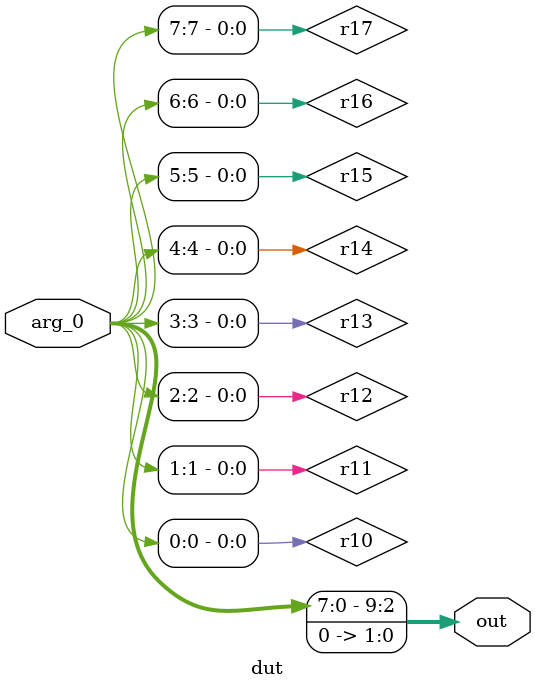
<source format=v>
module testbench();
    wire [9:0] out;
    reg [7:0] arg_0;
    dut t (.out(out),.arg_0(arg_0));
    initial begin
        arg_0 = 8'b00000000;
        #0;
        if (10'b0000000000 !== out) begin
            $display("ASSERTION FAILED 0x%0h !== 0x%0h CASE 0", 10'b0000000000, out);
            $finish;
        end
        arg_0 = 8'b00000001;
        #0;
        if (10'b0000000100 !== out) begin
            $display("ASSERTION FAILED 0x%0h !== 0x%0h CASE 1", 10'b0000000100, out);
            $finish;
        end
        arg_0 = 8'b00000010;
        #0;
        if (10'b0000001000 !== out) begin
            $display("ASSERTION FAILED 0x%0h !== 0x%0h CASE 2", 10'b0000001000, out);
            $finish;
        end
        arg_0 = 8'b00000011;
        #0;
        if (10'b0000001100 !== out) begin
            $display("ASSERTION FAILED 0x%0h !== 0x%0h CASE 3", 10'b0000001100, out);
            $finish;
        end
        arg_0 = 8'b00000100;
        #0;
        if (10'b0000010000 !== out) begin
            $display("ASSERTION FAILED 0x%0h !== 0x%0h CASE 4", 10'b0000010000, out);
            $finish;
        end
        arg_0 = 8'b00000101;
        #0;
        if (10'b0000010100 !== out) begin
            $display("ASSERTION FAILED 0x%0h !== 0x%0h CASE 5", 10'b0000010100, out);
            $finish;
        end
        arg_0 = 8'b00000110;
        #0;
        if (10'b0000011000 !== out) begin
            $display("ASSERTION FAILED 0x%0h !== 0x%0h CASE 6", 10'b0000011000, out);
            $finish;
        end
        arg_0 = 8'b00000111;
        #0;
        if (10'b0000011100 !== out) begin
            $display("ASSERTION FAILED 0x%0h !== 0x%0h CASE 7", 10'b0000011100, out);
            $finish;
        end
        arg_0 = 8'b00001000;
        #0;
        if (10'b0000100000 !== out) begin
            $display("ASSERTION FAILED 0x%0h !== 0x%0h CASE 8", 10'b0000100000, out);
            $finish;
        end
        arg_0 = 8'b00001001;
        #0;
        if (10'b0000100100 !== out) begin
            $display("ASSERTION FAILED 0x%0h !== 0x%0h CASE 9", 10'b0000100100, out);
            $finish;
        end
        arg_0 = 8'b00001010;
        #0;
        if (10'b0000101000 !== out) begin
            $display("ASSERTION FAILED 0x%0h !== 0x%0h CASE 10", 10'b0000101000, out);
            $finish;
        end
        arg_0 = 8'b00001011;
        #0;
        if (10'b0000101100 !== out) begin
            $display("ASSERTION FAILED 0x%0h !== 0x%0h CASE 11", 10'b0000101100, out);
            $finish;
        end
        arg_0 = 8'b00001100;
        #0;
        if (10'b0000110000 !== out) begin
            $display("ASSERTION FAILED 0x%0h !== 0x%0h CASE 12", 10'b0000110000, out);
            $finish;
        end
        arg_0 = 8'b00001101;
        #0;
        if (10'b0000110100 !== out) begin
            $display("ASSERTION FAILED 0x%0h !== 0x%0h CASE 13", 10'b0000110100, out);
            $finish;
        end
        arg_0 = 8'b00001110;
        #0;
        if (10'b0000111000 !== out) begin
            $display("ASSERTION FAILED 0x%0h !== 0x%0h CASE 14", 10'b0000111000, out);
            $finish;
        end
        arg_0 = 8'b00001111;
        #0;
        if (10'b0000111100 !== out) begin
            $display("ASSERTION FAILED 0x%0h !== 0x%0h CASE 15", 10'b0000111100, out);
            $finish;
        end
        arg_0 = 8'b00010000;
        #0;
        if (10'b0001000000 !== out) begin
            $display("ASSERTION FAILED 0x%0h !== 0x%0h CASE 16", 10'b0001000000, out);
            $finish;
        end
        arg_0 = 8'b00010001;
        #0;
        if (10'b0001000100 !== out) begin
            $display("ASSERTION FAILED 0x%0h !== 0x%0h CASE 17", 10'b0001000100, out);
            $finish;
        end
        arg_0 = 8'b00010010;
        #0;
        if (10'b0001001000 !== out) begin
            $display("ASSERTION FAILED 0x%0h !== 0x%0h CASE 18", 10'b0001001000, out);
            $finish;
        end
        arg_0 = 8'b00010011;
        #0;
        if (10'b0001001100 !== out) begin
            $display("ASSERTION FAILED 0x%0h !== 0x%0h CASE 19", 10'b0001001100, out);
            $finish;
        end
        arg_0 = 8'b00010100;
        #0;
        if (10'b0001010000 !== out) begin
            $display("ASSERTION FAILED 0x%0h !== 0x%0h CASE 20", 10'b0001010000, out);
            $finish;
        end
        arg_0 = 8'b00010101;
        #0;
        if (10'b0001010100 !== out) begin
            $display("ASSERTION FAILED 0x%0h !== 0x%0h CASE 21", 10'b0001010100, out);
            $finish;
        end
        arg_0 = 8'b00010110;
        #0;
        if (10'b0001011000 !== out) begin
            $display("ASSERTION FAILED 0x%0h !== 0x%0h CASE 22", 10'b0001011000, out);
            $finish;
        end
        arg_0 = 8'b00010111;
        #0;
        if (10'b0001011100 !== out) begin
            $display("ASSERTION FAILED 0x%0h !== 0x%0h CASE 23", 10'b0001011100, out);
            $finish;
        end
        arg_0 = 8'b00011000;
        #0;
        if (10'b0001100000 !== out) begin
            $display("ASSERTION FAILED 0x%0h !== 0x%0h CASE 24", 10'b0001100000, out);
            $finish;
        end
        arg_0 = 8'b00011001;
        #0;
        if (10'b0001100100 !== out) begin
            $display("ASSERTION FAILED 0x%0h !== 0x%0h CASE 25", 10'b0001100100, out);
            $finish;
        end
        arg_0 = 8'b00011010;
        #0;
        if (10'b0001101000 !== out) begin
            $display("ASSERTION FAILED 0x%0h !== 0x%0h CASE 26", 10'b0001101000, out);
            $finish;
        end
        arg_0 = 8'b00011011;
        #0;
        if (10'b0001101100 !== out) begin
            $display("ASSERTION FAILED 0x%0h !== 0x%0h CASE 27", 10'b0001101100, out);
            $finish;
        end
        arg_0 = 8'b00011100;
        #0;
        if (10'b0001110000 !== out) begin
            $display("ASSERTION FAILED 0x%0h !== 0x%0h CASE 28", 10'b0001110000, out);
            $finish;
        end
        arg_0 = 8'b00011101;
        #0;
        if (10'b0001110100 !== out) begin
            $display("ASSERTION FAILED 0x%0h !== 0x%0h CASE 29", 10'b0001110100, out);
            $finish;
        end
        arg_0 = 8'b00011110;
        #0;
        if (10'b0001111000 !== out) begin
            $display("ASSERTION FAILED 0x%0h !== 0x%0h CASE 30", 10'b0001111000, out);
            $finish;
        end
        arg_0 = 8'b00011111;
        #0;
        if (10'b0001111100 !== out) begin
            $display("ASSERTION FAILED 0x%0h !== 0x%0h CASE 31", 10'b0001111100, out);
            $finish;
        end
        arg_0 = 8'b00100000;
        #0;
        if (10'b0010000000 !== out) begin
            $display("ASSERTION FAILED 0x%0h !== 0x%0h CASE 32", 10'b0010000000, out);
            $finish;
        end
        arg_0 = 8'b00100001;
        #0;
        if (10'b0010000100 !== out) begin
            $display("ASSERTION FAILED 0x%0h !== 0x%0h CASE 33", 10'b0010000100, out);
            $finish;
        end
        arg_0 = 8'b00100010;
        #0;
        if (10'b0010001000 !== out) begin
            $display("ASSERTION FAILED 0x%0h !== 0x%0h CASE 34", 10'b0010001000, out);
            $finish;
        end
        arg_0 = 8'b00100011;
        #0;
        if (10'b0010001100 !== out) begin
            $display("ASSERTION FAILED 0x%0h !== 0x%0h CASE 35", 10'b0010001100, out);
            $finish;
        end
        arg_0 = 8'b00100100;
        #0;
        if (10'b0010010000 !== out) begin
            $display("ASSERTION FAILED 0x%0h !== 0x%0h CASE 36", 10'b0010010000, out);
            $finish;
        end
        arg_0 = 8'b00100101;
        #0;
        if (10'b0010010100 !== out) begin
            $display("ASSERTION FAILED 0x%0h !== 0x%0h CASE 37", 10'b0010010100, out);
            $finish;
        end
        arg_0 = 8'b00100110;
        #0;
        if (10'b0010011000 !== out) begin
            $display("ASSERTION FAILED 0x%0h !== 0x%0h CASE 38", 10'b0010011000, out);
            $finish;
        end
        arg_0 = 8'b00100111;
        #0;
        if (10'b0010011100 !== out) begin
            $display("ASSERTION FAILED 0x%0h !== 0x%0h CASE 39", 10'b0010011100, out);
            $finish;
        end
        arg_0 = 8'b00101000;
        #0;
        if (10'b0010100000 !== out) begin
            $display("ASSERTION FAILED 0x%0h !== 0x%0h CASE 40", 10'b0010100000, out);
            $finish;
        end
        arg_0 = 8'b00101001;
        #0;
        if (10'b0010100100 !== out) begin
            $display("ASSERTION FAILED 0x%0h !== 0x%0h CASE 41", 10'b0010100100, out);
            $finish;
        end
        arg_0 = 8'b00101010;
        #0;
        if (10'b0010101000 !== out) begin
            $display("ASSERTION FAILED 0x%0h !== 0x%0h CASE 42", 10'b0010101000, out);
            $finish;
        end
        arg_0 = 8'b00101011;
        #0;
        if (10'b0010101100 !== out) begin
            $display("ASSERTION FAILED 0x%0h !== 0x%0h CASE 43", 10'b0010101100, out);
            $finish;
        end
        arg_0 = 8'b00101100;
        #0;
        if (10'b0010110000 !== out) begin
            $display("ASSERTION FAILED 0x%0h !== 0x%0h CASE 44", 10'b0010110000, out);
            $finish;
        end
        arg_0 = 8'b00101101;
        #0;
        if (10'b0010110100 !== out) begin
            $display("ASSERTION FAILED 0x%0h !== 0x%0h CASE 45", 10'b0010110100, out);
            $finish;
        end
        arg_0 = 8'b00101110;
        #0;
        if (10'b0010111000 !== out) begin
            $display("ASSERTION FAILED 0x%0h !== 0x%0h CASE 46", 10'b0010111000, out);
            $finish;
        end
        arg_0 = 8'b00101111;
        #0;
        if (10'b0010111100 !== out) begin
            $display("ASSERTION FAILED 0x%0h !== 0x%0h CASE 47", 10'b0010111100, out);
            $finish;
        end
        arg_0 = 8'b00110000;
        #0;
        if (10'b0011000000 !== out) begin
            $display("ASSERTION FAILED 0x%0h !== 0x%0h CASE 48", 10'b0011000000, out);
            $finish;
        end
        arg_0 = 8'b00110001;
        #0;
        if (10'b0011000100 !== out) begin
            $display("ASSERTION FAILED 0x%0h !== 0x%0h CASE 49", 10'b0011000100, out);
            $finish;
        end
        arg_0 = 8'b00110010;
        #0;
        if (10'b0011001000 !== out) begin
            $display("ASSERTION FAILED 0x%0h !== 0x%0h CASE 50", 10'b0011001000, out);
            $finish;
        end
        arg_0 = 8'b00110011;
        #0;
        if (10'b0011001100 !== out) begin
            $display("ASSERTION FAILED 0x%0h !== 0x%0h CASE 51", 10'b0011001100, out);
            $finish;
        end
        arg_0 = 8'b00110100;
        #0;
        if (10'b0011010000 !== out) begin
            $display("ASSERTION FAILED 0x%0h !== 0x%0h CASE 52", 10'b0011010000, out);
            $finish;
        end
        arg_0 = 8'b00110101;
        #0;
        if (10'b0011010100 !== out) begin
            $display("ASSERTION FAILED 0x%0h !== 0x%0h CASE 53", 10'b0011010100, out);
            $finish;
        end
        arg_0 = 8'b00110110;
        #0;
        if (10'b0011011000 !== out) begin
            $display("ASSERTION FAILED 0x%0h !== 0x%0h CASE 54", 10'b0011011000, out);
            $finish;
        end
        arg_0 = 8'b00110111;
        #0;
        if (10'b0011011100 !== out) begin
            $display("ASSERTION FAILED 0x%0h !== 0x%0h CASE 55", 10'b0011011100, out);
            $finish;
        end
        arg_0 = 8'b00111000;
        #0;
        if (10'b0011100000 !== out) begin
            $display("ASSERTION FAILED 0x%0h !== 0x%0h CASE 56", 10'b0011100000, out);
            $finish;
        end
        arg_0 = 8'b00111001;
        #0;
        if (10'b0011100100 !== out) begin
            $display("ASSERTION FAILED 0x%0h !== 0x%0h CASE 57", 10'b0011100100, out);
            $finish;
        end
        arg_0 = 8'b00111010;
        #0;
        if (10'b0011101000 !== out) begin
            $display("ASSERTION FAILED 0x%0h !== 0x%0h CASE 58", 10'b0011101000, out);
            $finish;
        end
        arg_0 = 8'b00111011;
        #0;
        if (10'b0011101100 !== out) begin
            $display("ASSERTION FAILED 0x%0h !== 0x%0h CASE 59", 10'b0011101100, out);
            $finish;
        end
        arg_0 = 8'b00111100;
        #0;
        if (10'b0011110000 !== out) begin
            $display("ASSERTION FAILED 0x%0h !== 0x%0h CASE 60", 10'b0011110000, out);
            $finish;
        end
        arg_0 = 8'b00111101;
        #0;
        if (10'b0011110100 !== out) begin
            $display("ASSERTION FAILED 0x%0h !== 0x%0h CASE 61", 10'b0011110100, out);
            $finish;
        end
        arg_0 = 8'b00111110;
        #0;
        if (10'b0011111000 !== out) begin
            $display("ASSERTION FAILED 0x%0h !== 0x%0h CASE 62", 10'b0011111000, out);
            $finish;
        end
        arg_0 = 8'b00111111;
        #0;
        if (10'b0011111100 !== out) begin
            $display("ASSERTION FAILED 0x%0h !== 0x%0h CASE 63", 10'b0011111100, out);
            $finish;
        end
        arg_0 = 8'b01000000;
        #0;
        if (10'b0100000000 !== out) begin
            $display("ASSERTION FAILED 0x%0h !== 0x%0h CASE 64", 10'b0100000000, out);
            $finish;
        end
        arg_0 = 8'b01000001;
        #0;
        if (10'b0100000100 !== out) begin
            $display("ASSERTION FAILED 0x%0h !== 0x%0h CASE 65", 10'b0100000100, out);
            $finish;
        end
        arg_0 = 8'b01000010;
        #0;
        if (10'b0100001000 !== out) begin
            $display("ASSERTION FAILED 0x%0h !== 0x%0h CASE 66", 10'b0100001000, out);
            $finish;
        end
        arg_0 = 8'b01000011;
        #0;
        if (10'b0100001100 !== out) begin
            $display("ASSERTION FAILED 0x%0h !== 0x%0h CASE 67", 10'b0100001100, out);
            $finish;
        end
        arg_0 = 8'b01000100;
        #0;
        if (10'b0100010000 !== out) begin
            $display("ASSERTION FAILED 0x%0h !== 0x%0h CASE 68", 10'b0100010000, out);
            $finish;
        end
        arg_0 = 8'b01000101;
        #0;
        if (10'b0100010100 !== out) begin
            $display("ASSERTION FAILED 0x%0h !== 0x%0h CASE 69", 10'b0100010100, out);
            $finish;
        end
        arg_0 = 8'b01000110;
        #0;
        if (10'b0100011000 !== out) begin
            $display("ASSERTION FAILED 0x%0h !== 0x%0h CASE 70", 10'b0100011000, out);
            $finish;
        end
        arg_0 = 8'b01000111;
        #0;
        if (10'b0100011100 !== out) begin
            $display("ASSERTION FAILED 0x%0h !== 0x%0h CASE 71", 10'b0100011100, out);
            $finish;
        end
        arg_0 = 8'b01001000;
        #0;
        if (10'b0100100000 !== out) begin
            $display("ASSERTION FAILED 0x%0h !== 0x%0h CASE 72", 10'b0100100000, out);
            $finish;
        end
        arg_0 = 8'b01001001;
        #0;
        if (10'b0100100100 !== out) begin
            $display("ASSERTION FAILED 0x%0h !== 0x%0h CASE 73", 10'b0100100100, out);
            $finish;
        end
        arg_0 = 8'b01001010;
        #0;
        if (10'b0100101000 !== out) begin
            $display("ASSERTION FAILED 0x%0h !== 0x%0h CASE 74", 10'b0100101000, out);
            $finish;
        end
        arg_0 = 8'b01001011;
        #0;
        if (10'b0100101100 !== out) begin
            $display("ASSERTION FAILED 0x%0h !== 0x%0h CASE 75", 10'b0100101100, out);
            $finish;
        end
        arg_0 = 8'b01001100;
        #0;
        if (10'b0100110000 !== out) begin
            $display("ASSERTION FAILED 0x%0h !== 0x%0h CASE 76", 10'b0100110000, out);
            $finish;
        end
        arg_0 = 8'b01001101;
        #0;
        if (10'b0100110100 !== out) begin
            $display("ASSERTION FAILED 0x%0h !== 0x%0h CASE 77", 10'b0100110100, out);
            $finish;
        end
        arg_0 = 8'b01001110;
        #0;
        if (10'b0100111000 !== out) begin
            $display("ASSERTION FAILED 0x%0h !== 0x%0h CASE 78", 10'b0100111000, out);
            $finish;
        end
        arg_0 = 8'b01001111;
        #0;
        if (10'b0100111100 !== out) begin
            $display("ASSERTION FAILED 0x%0h !== 0x%0h CASE 79", 10'b0100111100, out);
            $finish;
        end
        arg_0 = 8'b01010000;
        #0;
        if (10'b0101000000 !== out) begin
            $display("ASSERTION FAILED 0x%0h !== 0x%0h CASE 80", 10'b0101000000, out);
            $finish;
        end
        arg_0 = 8'b01010001;
        #0;
        if (10'b0101000100 !== out) begin
            $display("ASSERTION FAILED 0x%0h !== 0x%0h CASE 81", 10'b0101000100, out);
            $finish;
        end
        arg_0 = 8'b01010010;
        #0;
        if (10'b0101001000 !== out) begin
            $display("ASSERTION FAILED 0x%0h !== 0x%0h CASE 82", 10'b0101001000, out);
            $finish;
        end
        arg_0 = 8'b01010011;
        #0;
        if (10'b0101001100 !== out) begin
            $display("ASSERTION FAILED 0x%0h !== 0x%0h CASE 83", 10'b0101001100, out);
            $finish;
        end
        arg_0 = 8'b01010100;
        #0;
        if (10'b0101010000 !== out) begin
            $display("ASSERTION FAILED 0x%0h !== 0x%0h CASE 84", 10'b0101010000, out);
            $finish;
        end
        arg_0 = 8'b01010101;
        #0;
        if (10'b0101010100 !== out) begin
            $display("ASSERTION FAILED 0x%0h !== 0x%0h CASE 85", 10'b0101010100, out);
            $finish;
        end
        arg_0 = 8'b01010110;
        #0;
        if (10'b0101011000 !== out) begin
            $display("ASSERTION FAILED 0x%0h !== 0x%0h CASE 86", 10'b0101011000, out);
            $finish;
        end
        arg_0 = 8'b01010111;
        #0;
        if (10'b0101011100 !== out) begin
            $display("ASSERTION FAILED 0x%0h !== 0x%0h CASE 87", 10'b0101011100, out);
            $finish;
        end
        arg_0 = 8'b01011000;
        #0;
        if (10'b0101100000 !== out) begin
            $display("ASSERTION FAILED 0x%0h !== 0x%0h CASE 88", 10'b0101100000, out);
            $finish;
        end
        arg_0 = 8'b01011001;
        #0;
        if (10'b0101100100 !== out) begin
            $display("ASSERTION FAILED 0x%0h !== 0x%0h CASE 89", 10'b0101100100, out);
            $finish;
        end
        arg_0 = 8'b01011010;
        #0;
        if (10'b0101101000 !== out) begin
            $display("ASSERTION FAILED 0x%0h !== 0x%0h CASE 90", 10'b0101101000, out);
            $finish;
        end
        arg_0 = 8'b01011011;
        #0;
        if (10'b0101101100 !== out) begin
            $display("ASSERTION FAILED 0x%0h !== 0x%0h CASE 91", 10'b0101101100, out);
            $finish;
        end
        arg_0 = 8'b01011100;
        #0;
        if (10'b0101110000 !== out) begin
            $display("ASSERTION FAILED 0x%0h !== 0x%0h CASE 92", 10'b0101110000, out);
            $finish;
        end
        arg_0 = 8'b01011101;
        #0;
        if (10'b0101110100 !== out) begin
            $display("ASSERTION FAILED 0x%0h !== 0x%0h CASE 93", 10'b0101110100, out);
            $finish;
        end
        arg_0 = 8'b01011110;
        #0;
        if (10'b0101111000 !== out) begin
            $display("ASSERTION FAILED 0x%0h !== 0x%0h CASE 94", 10'b0101111000, out);
            $finish;
        end
        arg_0 = 8'b01011111;
        #0;
        if (10'b0101111100 !== out) begin
            $display("ASSERTION FAILED 0x%0h !== 0x%0h CASE 95", 10'b0101111100, out);
            $finish;
        end
        arg_0 = 8'b01100000;
        #0;
        if (10'b0110000000 !== out) begin
            $display("ASSERTION FAILED 0x%0h !== 0x%0h CASE 96", 10'b0110000000, out);
            $finish;
        end
        arg_0 = 8'b01100001;
        #0;
        if (10'b0110000100 !== out) begin
            $display("ASSERTION FAILED 0x%0h !== 0x%0h CASE 97", 10'b0110000100, out);
            $finish;
        end
        arg_0 = 8'b01100010;
        #0;
        if (10'b0110001000 !== out) begin
            $display("ASSERTION FAILED 0x%0h !== 0x%0h CASE 98", 10'b0110001000, out);
            $finish;
        end
        arg_0 = 8'b01100011;
        #0;
        if (10'b0110001100 !== out) begin
            $display("ASSERTION FAILED 0x%0h !== 0x%0h CASE 99", 10'b0110001100, out);
            $finish;
        end
        arg_0 = 8'b01100100;
        #0;
        if (10'b0110010000 !== out) begin
            $display("ASSERTION FAILED 0x%0h !== 0x%0h CASE 100", 10'b0110010000, out);
            $finish;
        end
        arg_0 = 8'b01100101;
        #0;
        if (10'b0110010100 !== out) begin
            $display("ASSERTION FAILED 0x%0h !== 0x%0h CASE 101", 10'b0110010100, out);
            $finish;
        end
        arg_0 = 8'b01100110;
        #0;
        if (10'b0110011000 !== out) begin
            $display("ASSERTION FAILED 0x%0h !== 0x%0h CASE 102", 10'b0110011000, out);
            $finish;
        end
        arg_0 = 8'b01100111;
        #0;
        if (10'b0110011100 !== out) begin
            $display("ASSERTION FAILED 0x%0h !== 0x%0h CASE 103", 10'b0110011100, out);
            $finish;
        end
        arg_0 = 8'b01101000;
        #0;
        if (10'b0110100000 !== out) begin
            $display("ASSERTION FAILED 0x%0h !== 0x%0h CASE 104", 10'b0110100000, out);
            $finish;
        end
        arg_0 = 8'b01101001;
        #0;
        if (10'b0110100100 !== out) begin
            $display("ASSERTION FAILED 0x%0h !== 0x%0h CASE 105", 10'b0110100100, out);
            $finish;
        end
        arg_0 = 8'b01101010;
        #0;
        if (10'b0110101000 !== out) begin
            $display("ASSERTION FAILED 0x%0h !== 0x%0h CASE 106", 10'b0110101000, out);
            $finish;
        end
        arg_0 = 8'b01101011;
        #0;
        if (10'b0110101100 !== out) begin
            $display("ASSERTION FAILED 0x%0h !== 0x%0h CASE 107", 10'b0110101100, out);
            $finish;
        end
        arg_0 = 8'b01101100;
        #0;
        if (10'b0110110000 !== out) begin
            $display("ASSERTION FAILED 0x%0h !== 0x%0h CASE 108", 10'b0110110000, out);
            $finish;
        end
        arg_0 = 8'b01101101;
        #0;
        if (10'b0110110100 !== out) begin
            $display("ASSERTION FAILED 0x%0h !== 0x%0h CASE 109", 10'b0110110100, out);
            $finish;
        end
        arg_0 = 8'b01101110;
        #0;
        if (10'b0110111000 !== out) begin
            $display("ASSERTION FAILED 0x%0h !== 0x%0h CASE 110", 10'b0110111000, out);
            $finish;
        end
        arg_0 = 8'b01101111;
        #0;
        if (10'b0110111100 !== out) begin
            $display("ASSERTION FAILED 0x%0h !== 0x%0h CASE 111", 10'b0110111100, out);
            $finish;
        end
        arg_0 = 8'b01110000;
        #0;
        if (10'b0111000000 !== out) begin
            $display("ASSERTION FAILED 0x%0h !== 0x%0h CASE 112", 10'b0111000000, out);
            $finish;
        end
        arg_0 = 8'b01110001;
        #0;
        if (10'b0111000100 !== out) begin
            $display("ASSERTION FAILED 0x%0h !== 0x%0h CASE 113", 10'b0111000100, out);
            $finish;
        end
        arg_0 = 8'b01110010;
        #0;
        if (10'b0111001000 !== out) begin
            $display("ASSERTION FAILED 0x%0h !== 0x%0h CASE 114", 10'b0111001000, out);
            $finish;
        end
        arg_0 = 8'b01110011;
        #0;
        if (10'b0111001100 !== out) begin
            $display("ASSERTION FAILED 0x%0h !== 0x%0h CASE 115", 10'b0111001100, out);
            $finish;
        end
        arg_0 = 8'b01110100;
        #0;
        if (10'b0111010000 !== out) begin
            $display("ASSERTION FAILED 0x%0h !== 0x%0h CASE 116", 10'b0111010000, out);
            $finish;
        end
        arg_0 = 8'b01110101;
        #0;
        if (10'b0111010100 !== out) begin
            $display("ASSERTION FAILED 0x%0h !== 0x%0h CASE 117", 10'b0111010100, out);
            $finish;
        end
        arg_0 = 8'b01110110;
        #0;
        if (10'b0111011000 !== out) begin
            $display("ASSERTION FAILED 0x%0h !== 0x%0h CASE 118", 10'b0111011000, out);
            $finish;
        end
        arg_0 = 8'b01110111;
        #0;
        if (10'b0111011100 !== out) begin
            $display("ASSERTION FAILED 0x%0h !== 0x%0h CASE 119", 10'b0111011100, out);
            $finish;
        end
        arg_0 = 8'b01111000;
        #0;
        if (10'b0111100000 !== out) begin
            $display("ASSERTION FAILED 0x%0h !== 0x%0h CASE 120", 10'b0111100000, out);
            $finish;
        end
        arg_0 = 8'b01111001;
        #0;
        if (10'b0111100100 !== out) begin
            $display("ASSERTION FAILED 0x%0h !== 0x%0h CASE 121", 10'b0111100100, out);
            $finish;
        end
        arg_0 = 8'b01111010;
        #0;
        if (10'b0111101000 !== out) begin
            $display("ASSERTION FAILED 0x%0h !== 0x%0h CASE 122", 10'b0111101000, out);
            $finish;
        end
        arg_0 = 8'b01111011;
        #0;
        if (10'b0111101100 !== out) begin
            $display("ASSERTION FAILED 0x%0h !== 0x%0h CASE 123", 10'b0111101100, out);
            $finish;
        end
        arg_0 = 8'b01111100;
        #0;
        if (10'b0111110000 !== out) begin
            $display("ASSERTION FAILED 0x%0h !== 0x%0h CASE 124", 10'b0111110000, out);
            $finish;
        end
        arg_0 = 8'b01111101;
        #0;
        if (10'b0111110100 !== out) begin
            $display("ASSERTION FAILED 0x%0h !== 0x%0h CASE 125", 10'b0111110100, out);
            $finish;
        end
        arg_0 = 8'b01111110;
        #0;
        if (10'b0111111000 !== out) begin
            $display("ASSERTION FAILED 0x%0h !== 0x%0h CASE 126", 10'b0111111000, out);
            $finish;
        end
        arg_0 = 8'b01111111;
        #0;
        if (10'b0111111100 !== out) begin
            $display("ASSERTION FAILED 0x%0h !== 0x%0h CASE 127", 10'b0111111100, out);
            $finish;
        end
        arg_0 = 8'b10000000;
        #0;
        if (10'b1000000000 !== out) begin
            $display("ASSERTION FAILED 0x%0h !== 0x%0h CASE 128", 10'b1000000000, out);
            $finish;
        end
        arg_0 = 8'b10000001;
        #0;
        if (10'b1000000100 !== out) begin
            $display("ASSERTION FAILED 0x%0h !== 0x%0h CASE 129", 10'b1000000100, out);
            $finish;
        end
        arg_0 = 8'b10000010;
        #0;
        if (10'b1000001000 !== out) begin
            $display("ASSERTION FAILED 0x%0h !== 0x%0h CASE 130", 10'b1000001000, out);
            $finish;
        end
        arg_0 = 8'b10000011;
        #0;
        if (10'b1000001100 !== out) begin
            $display("ASSERTION FAILED 0x%0h !== 0x%0h CASE 131", 10'b1000001100, out);
            $finish;
        end
        arg_0 = 8'b10000100;
        #0;
        if (10'b1000010000 !== out) begin
            $display("ASSERTION FAILED 0x%0h !== 0x%0h CASE 132", 10'b1000010000, out);
            $finish;
        end
        arg_0 = 8'b10000101;
        #0;
        if (10'b1000010100 !== out) begin
            $display("ASSERTION FAILED 0x%0h !== 0x%0h CASE 133", 10'b1000010100, out);
            $finish;
        end
        arg_0 = 8'b10000110;
        #0;
        if (10'b1000011000 !== out) begin
            $display("ASSERTION FAILED 0x%0h !== 0x%0h CASE 134", 10'b1000011000, out);
            $finish;
        end
        arg_0 = 8'b10000111;
        #0;
        if (10'b1000011100 !== out) begin
            $display("ASSERTION FAILED 0x%0h !== 0x%0h CASE 135", 10'b1000011100, out);
            $finish;
        end
        arg_0 = 8'b10001000;
        #0;
        if (10'b1000100000 !== out) begin
            $display("ASSERTION FAILED 0x%0h !== 0x%0h CASE 136", 10'b1000100000, out);
            $finish;
        end
        arg_0 = 8'b10001001;
        #0;
        if (10'b1000100100 !== out) begin
            $display("ASSERTION FAILED 0x%0h !== 0x%0h CASE 137", 10'b1000100100, out);
            $finish;
        end
        arg_0 = 8'b10001010;
        #0;
        if (10'b1000101000 !== out) begin
            $display("ASSERTION FAILED 0x%0h !== 0x%0h CASE 138", 10'b1000101000, out);
            $finish;
        end
        arg_0 = 8'b10001011;
        #0;
        if (10'b1000101100 !== out) begin
            $display("ASSERTION FAILED 0x%0h !== 0x%0h CASE 139", 10'b1000101100, out);
            $finish;
        end
        arg_0 = 8'b10001100;
        #0;
        if (10'b1000110000 !== out) begin
            $display("ASSERTION FAILED 0x%0h !== 0x%0h CASE 140", 10'b1000110000, out);
            $finish;
        end
        arg_0 = 8'b10001101;
        #0;
        if (10'b1000110100 !== out) begin
            $display("ASSERTION FAILED 0x%0h !== 0x%0h CASE 141", 10'b1000110100, out);
            $finish;
        end
        arg_0 = 8'b10001110;
        #0;
        if (10'b1000111000 !== out) begin
            $display("ASSERTION FAILED 0x%0h !== 0x%0h CASE 142", 10'b1000111000, out);
            $finish;
        end
        arg_0 = 8'b10001111;
        #0;
        if (10'b1000111100 !== out) begin
            $display("ASSERTION FAILED 0x%0h !== 0x%0h CASE 143", 10'b1000111100, out);
            $finish;
        end
        arg_0 = 8'b10010000;
        #0;
        if (10'b1001000000 !== out) begin
            $display("ASSERTION FAILED 0x%0h !== 0x%0h CASE 144", 10'b1001000000, out);
            $finish;
        end
        arg_0 = 8'b10010001;
        #0;
        if (10'b1001000100 !== out) begin
            $display("ASSERTION FAILED 0x%0h !== 0x%0h CASE 145", 10'b1001000100, out);
            $finish;
        end
        arg_0 = 8'b10010010;
        #0;
        if (10'b1001001000 !== out) begin
            $display("ASSERTION FAILED 0x%0h !== 0x%0h CASE 146", 10'b1001001000, out);
            $finish;
        end
        arg_0 = 8'b10010011;
        #0;
        if (10'b1001001100 !== out) begin
            $display("ASSERTION FAILED 0x%0h !== 0x%0h CASE 147", 10'b1001001100, out);
            $finish;
        end
        arg_0 = 8'b10010100;
        #0;
        if (10'b1001010000 !== out) begin
            $display("ASSERTION FAILED 0x%0h !== 0x%0h CASE 148", 10'b1001010000, out);
            $finish;
        end
        arg_0 = 8'b10010101;
        #0;
        if (10'b1001010100 !== out) begin
            $display("ASSERTION FAILED 0x%0h !== 0x%0h CASE 149", 10'b1001010100, out);
            $finish;
        end
        arg_0 = 8'b10010110;
        #0;
        if (10'b1001011000 !== out) begin
            $display("ASSERTION FAILED 0x%0h !== 0x%0h CASE 150", 10'b1001011000, out);
            $finish;
        end
        arg_0 = 8'b10010111;
        #0;
        if (10'b1001011100 !== out) begin
            $display("ASSERTION FAILED 0x%0h !== 0x%0h CASE 151", 10'b1001011100, out);
            $finish;
        end
        arg_0 = 8'b10011000;
        #0;
        if (10'b1001100000 !== out) begin
            $display("ASSERTION FAILED 0x%0h !== 0x%0h CASE 152", 10'b1001100000, out);
            $finish;
        end
        arg_0 = 8'b10011001;
        #0;
        if (10'b1001100100 !== out) begin
            $display("ASSERTION FAILED 0x%0h !== 0x%0h CASE 153", 10'b1001100100, out);
            $finish;
        end
        arg_0 = 8'b10011010;
        #0;
        if (10'b1001101000 !== out) begin
            $display("ASSERTION FAILED 0x%0h !== 0x%0h CASE 154", 10'b1001101000, out);
            $finish;
        end
        arg_0 = 8'b10011011;
        #0;
        if (10'b1001101100 !== out) begin
            $display("ASSERTION FAILED 0x%0h !== 0x%0h CASE 155", 10'b1001101100, out);
            $finish;
        end
        arg_0 = 8'b10011100;
        #0;
        if (10'b1001110000 !== out) begin
            $display("ASSERTION FAILED 0x%0h !== 0x%0h CASE 156", 10'b1001110000, out);
            $finish;
        end
        arg_0 = 8'b10011101;
        #0;
        if (10'b1001110100 !== out) begin
            $display("ASSERTION FAILED 0x%0h !== 0x%0h CASE 157", 10'b1001110100, out);
            $finish;
        end
        arg_0 = 8'b10011110;
        #0;
        if (10'b1001111000 !== out) begin
            $display("ASSERTION FAILED 0x%0h !== 0x%0h CASE 158", 10'b1001111000, out);
            $finish;
        end
        arg_0 = 8'b10011111;
        #0;
        if (10'b1001111100 !== out) begin
            $display("ASSERTION FAILED 0x%0h !== 0x%0h CASE 159", 10'b1001111100, out);
            $finish;
        end
        arg_0 = 8'b10100000;
        #0;
        if (10'b1010000000 !== out) begin
            $display("ASSERTION FAILED 0x%0h !== 0x%0h CASE 160", 10'b1010000000, out);
            $finish;
        end
        arg_0 = 8'b10100001;
        #0;
        if (10'b1010000100 !== out) begin
            $display("ASSERTION FAILED 0x%0h !== 0x%0h CASE 161", 10'b1010000100, out);
            $finish;
        end
        arg_0 = 8'b10100010;
        #0;
        if (10'b1010001000 !== out) begin
            $display("ASSERTION FAILED 0x%0h !== 0x%0h CASE 162", 10'b1010001000, out);
            $finish;
        end
        arg_0 = 8'b10100011;
        #0;
        if (10'b1010001100 !== out) begin
            $display("ASSERTION FAILED 0x%0h !== 0x%0h CASE 163", 10'b1010001100, out);
            $finish;
        end
        arg_0 = 8'b10100100;
        #0;
        if (10'b1010010000 !== out) begin
            $display("ASSERTION FAILED 0x%0h !== 0x%0h CASE 164", 10'b1010010000, out);
            $finish;
        end
        arg_0 = 8'b10100101;
        #0;
        if (10'b1010010100 !== out) begin
            $display("ASSERTION FAILED 0x%0h !== 0x%0h CASE 165", 10'b1010010100, out);
            $finish;
        end
        arg_0 = 8'b10100110;
        #0;
        if (10'b1010011000 !== out) begin
            $display("ASSERTION FAILED 0x%0h !== 0x%0h CASE 166", 10'b1010011000, out);
            $finish;
        end
        arg_0 = 8'b10100111;
        #0;
        if (10'b1010011100 !== out) begin
            $display("ASSERTION FAILED 0x%0h !== 0x%0h CASE 167", 10'b1010011100, out);
            $finish;
        end
        arg_0 = 8'b10101000;
        #0;
        if (10'b1010100000 !== out) begin
            $display("ASSERTION FAILED 0x%0h !== 0x%0h CASE 168", 10'b1010100000, out);
            $finish;
        end
        arg_0 = 8'b10101001;
        #0;
        if (10'b1010100100 !== out) begin
            $display("ASSERTION FAILED 0x%0h !== 0x%0h CASE 169", 10'b1010100100, out);
            $finish;
        end
        arg_0 = 8'b10101010;
        #0;
        if (10'b1010101000 !== out) begin
            $display("ASSERTION FAILED 0x%0h !== 0x%0h CASE 170", 10'b1010101000, out);
            $finish;
        end
        arg_0 = 8'b10101011;
        #0;
        if (10'b1010101100 !== out) begin
            $display("ASSERTION FAILED 0x%0h !== 0x%0h CASE 171", 10'b1010101100, out);
            $finish;
        end
        arg_0 = 8'b10101100;
        #0;
        if (10'b1010110000 !== out) begin
            $display("ASSERTION FAILED 0x%0h !== 0x%0h CASE 172", 10'b1010110000, out);
            $finish;
        end
        arg_0 = 8'b10101101;
        #0;
        if (10'b1010110100 !== out) begin
            $display("ASSERTION FAILED 0x%0h !== 0x%0h CASE 173", 10'b1010110100, out);
            $finish;
        end
        arg_0 = 8'b10101110;
        #0;
        if (10'b1010111000 !== out) begin
            $display("ASSERTION FAILED 0x%0h !== 0x%0h CASE 174", 10'b1010111000, out);
            $finish;
        end
        arg_0 = 8'b10101111;
        #0;
        if (10'b1010111100 !== out) begin
            $display("ASSERTION FAILED 0x%0h !== 0x%0h CASE 175", 10'b1010111100, out);
            $finish;
        end
        arg_0 = 8'b10110000;
        #0;
        if (10'b1011000000 !== out) begin
            $display("ASSERTION FAILED 0x%0h !== 0x%0h CASE 176", 10'b1011000000, out);
            $finish;
        end
        arg_0 = 8'b10110001;
        #0;
        if (10'b1011000100 !== out) begin
            $display("ASSERTION FAILED 0x%0h !== 0x%0h CASE 177", 10'b1011000100, out);
            $finish;
        end
        arg_0 = 8'b10110010;
        #0;
        if (10'b1011001000 !== out) begin
            $display("ASSERTION FAILED 0x%0h !== 0x%0h CASE 178", 10'b1011001000, out);
            $finish;
        end
        arg_0 = 8'b10110011;
        #0;
        if (10'b1011001100 !== out) begin
            $display("ASSERTION FAILED 0x%0h !== 0x%0h CASE 179", 10'b1011001100, out);
            $finish;
        end
        arg_0 = 8'b10110100;
        #0;
        if (10'b1011010000 !== out) begin
            $display("ASSERTION FAILED 0x%0h !== 0x%0h CASE 180", 10'b1011010000, out);
            $finish;
        end
        arg_0 = 8'b10110101;
        #0;
        if (10'b1011010100 !== out) begin
            $display("ASSERTION FAILED 0x%0h !== 0x%0h CASE 181", 10'b1011010100, out);
            $finish;
        end
        arg_0 = 8'b10110110;
        #0;
        if (10'b1011011000 !== out) begin
            $display("ASSERTION FAILED 0x%0h !== 0x%0h CASE 182", 10'b1011011000, out);
            $finish;
        end
        arg_0 = 8'b10110111;
        #0;
        if (10'b1011011100 !== out) begin
            $display("ASSERTION FAILED 0x%0h !== 0x%0h CASE 183", 10'b1011011100, out);
            $finish;
        end
        arg_0 = 8'b10111000;
        #0;
        if (10'b1011100000 !== out) begin
            $display("ASSERTION FAILED 0x%0h !== 0x%0h CASE 184", 10'b1011100000, out);
            $finish;
        end
        arg_0 = 8'b10111001;
        #0;
        if (10'b1011100100 !== out) begin
            $display("ASSERTION FAILED 0x%0h !== 0x%0h CASE 185", 10'b1011100100, out);
            $finish;
        end
        arg_0 = 8'b10111010;
        #0;
        if (10'b1011101000 !== out) begin
            $display("ASSERTION FAILED 0x%0h !== 0x%0h CASE 186", 10'b1011101000, out);
            $finish;
        end
        arg_0 = 8'b10111011;
        #0;
        if (10'b1011101100 !== out) begin
            $display("ASSERTION FAILED 0x%0h !== 0x%0h CASE 187", 10'b1011101100, out);
            $finish;
        end
        arg_0 = 8'b10111100;
        #0;
        if (10'b1011110000 !== out) begin
            $display("ASSERTION FAILED 0x%0h !== 0x%0h CASE 188", 10'b1011110000, out);
            $finish;
        end
        arg_0 = 8'b10111101;
        #0;
        if (10'b1011110100 !== out) begin
            $display("ASSERTION FAILED 0x%0h !== 0x%0h CASE 189", 10'b1011110100, out);
            $finish;
        end
        arg_0 = 8'b10111110;
        #0;
        if (10'b1011111000 !== out) begin
            $display("ASSERTION FAILED 0x%0h !== 0x%0h CASE 190", 10'b1011111000, out);
            $finish;
        end
        arg_0 = 8'b10111111;
        #0;
        if (10'b1011111100 !== out) begin
            $display("ASSERTION FAILED 0x%0h !== 0x%0h CASE 191", 10'b1011111100, out);
            $finish;
        end
        arg_0 = 8'b11000000;
        #0;
        if (10'b1100000000 !== out) begin
            $display("ASSERTION FAILED 0x%0h !== 0x%0h CASE 192", 10'b1100000000, out);
            $finish;
        end
        arg_0 = 8'b11000001;
        #0;
        if (10'b1100000100 !== out) begin
            $display("ASSERTION FAILED 0x%0h !== 0x%0h CASE 193", 10'b1100000100, out);
            $finish;
        end
        arg_0 = 8'b11000010;
        #0;
        if (10'b1100001000 !== out) begin
            $display("ASSERTION FAILED 0x%0h !== 0x%0h CASE 194", 10'b1100001000, out);
            $finish;
        end
        arg_0 = 8'b11000011;
        #0;
        if (10'b1100001100 !== out) begin
            $display("ASSERTION FAILED 0x%0h !== 0x%0h CASE 195", 10'b1100001100, out);
            $finish;
        end
        arg_0 = 8'b11000100;
        #0;
        if (10'b1100010000 !== out) begin
            $display("ASSERTION FAILED 0x%0h !== 0x%0h CASE 196", 10'b1100010000, out);
            $finish;
        end
        arg_0 = 8'b11000101;
        #0;
        if (10'b1100010100 !== out) begin
            $display("ASSERTION FAILED 0x%0h !== 0x%0h CASE 197", 10'b1100010100, out);
            $finish;
        end
        arg_0 = 8'b11000110;
        #0;
        if (10'b1100011000 !== out) begin
            $display("ASSERTION FAILED 0x%0h !== 0x%0h CASE 198", 10'b1100011000, out);
            $finish;
        end
        arg_0 = 8'b11000111;
        #0;
        if (10'b1100011100 !== out) begin
            $display("ASSERTION FAILED 0x%0h !== 0x%0h CASE 199", 10'b1100011100, out);
            $finish;
        end
        arg_0 = 8'b11001000;
        #0;
        if (10'b1100100000 !== out) begin
            $display("ASSERTION FAILED 0x%0h !== 0x%0h CASE 200", 10'b1100100000, out);
            $finish;
        end
        arg_0 = 8'b11001001;
        #0;
        if (10'b1100100100 !== out) begin
            $display("ASSERTION FAILED 0x%0h !== 0x%0h CASE 201", 10'b1100100100, out);
            $finish;
        end
        arg_0 = 8'b11001010;
        #0;
        if (10'b1100101000 !== out) begin
            $display("ASSERTION FAILED 0x%0h !== 0x%0h CASE 202", 10'b1100101000, out);
            $finish;
        end
        arg_0 = 8'b11001011;
        #0;
        if (10'b1100101100 !== out) begin
            $display("ASSERTION FAILED 0x%0h !== 0x%0h CASE 203", 10'b1100101100, out);
            $finish;
        end
        arg_0 = 8'b11001100;
        #0;
        if (10'b1100110000 !== out) begin
            $display("ASSERTION FAILED 0x%0h !== 0x%0h CASE 204", 10'b1100110000, out);
            $finish;
        end
        arg_0 = 8'b11001101;
        #0;
        if (10'b1100110100 !== out) begin
            $display("ASSERTION FAILED 0x%0h !== 0x%0h CASE 205", 10'b1100110100, out);
            $finish;
        end
        arg_0 = 8'b11001110;
        #0;
        if (10'b1100111000 !== out) begin
            $display("ASSERTION FAILED 0x%0h !== 0x%0h CASE 206", 10'b1100111000, out);
            $finish;
        end
        arg_0 = 8'b11001111;
        #0;
        if (10'b1100111100 !== out) begin
            $display("ASSERTION FAILED 0x%0h !== 0x%0h CASE 207", 10'b1100111100, out);
            $finish;
        end
        arg_0 = 8'b11010000;
        #0;
        if (10'b1101000000 !== out) begin
            $display("ASSERTION FAILED 0x%0h !== 0x%0h CASE 208", 10'b1101000000, out);
            $finish;
        end
        arg_0 = 8'b11010001;
        #0;
        if (10'b1101000100 !== out) begin
            $display("ASSERTION FAILED 0x%0h !== 0x%0h CASE 209", 10'b1101000100, out);
            $finish;
        end
        arg_0 = 8'b11010010;
        #0;
        if (10'b1101001000 !== out) begin
            $display("ASSERTION FAILED 0x%0h !== 0x%0h CASE 210", 10'b1101001000, out);
            $finish;
        end
        arg_0 = 8'b11010011;
        #0;
        if (10'b1101001100 !== out) begin
            $display("ASSERTION FAILED 0x%0h !== 0x%0h CASE 211", 10'b1101001100, out);
            $finish;
        end
        arg_0 = 8'b11010100;
        #0;
        if (10'b1101010000 !== out) begin
            $display("ASSERTION FAILED 0x%0h !== 0x%0h CASE 212", 10'b1101010000, out);
            $finish;
        end
        arg_0 = 8'b11010101;
        #0;
        if (10'b1101010100 !== out) begin
            $display("ASSERTION FAILED 0x%0h !== 0x%0h CASE 213", 10'b1101010100, out);
            $finish;
        end
        arg_0 = 8'b11010110;
        #0;
        if (10'b1101011000 !== out) begin
            $display("ASSERTION FAILED 0x%0h !== 0x%0h CASE 214", 10'b1101011000, out);
            $finish;
        end
        arg_0 = 8'b11010111;
        #0;
        if (10'b1101011100 !== out) begin
            $display("ASSERTION FAILED 0x%0h !== 0x%0h CASE 215", 10'b1101011100, out);
            $finish;
        end
        arg_0 = 8'b11011000;
        #0;
        if (10'b1101100000 !== out) begin
            $display("ASSERTION FAILED 0x%0h !== 0x%0h CASE 216", 10'b1101100000, out);
            $finish;
        end
        arg_0 = 8'b11011001;
        #0;
        if (10'b1101100100 !== out) begin
            $display("ASSERTION FAILED 0x%0h !== 0x%0h CASE 217", 10'b1101100100, out);
            $finish;
        end
        arg_0 = 8'b11011010;
        #0;
        if (10'b1101101000 !== out) begin
            $display("ASSERTION FAILED 0x%0h !== 0x%0h CASE 218", 10'b1101101000, out);
            $finish;
        end
        arg_0 = 8'b11011011;
        #0;
        if (10'b1101101100 !== out) begin
            $display("ASSERTION FAILED 0x%0h !== 0x%0h CASE 219", 10'b1101101100, out);
            $finish;
        end
        arg_0 = 8'b11011100;
        #0;
        if (10'b1101110000 !== out) begin
            $display("ASSERTION FAILED 0x%0h !== 0x%0h CASE 220", 10'b1101110000, out);
            $finish;
        end
        arg_0 = 8'b11011101;
        #0;
        if (10'b1101110100 !== out) begin
            $display("ASSERTION FAILED 0x%0h !== 0x%0h CASE 221", 10'b1101110100, out);
            $finish;
        end
        arg_0 = 8'b11011110;
        #0;
        if (10'b1101111000 !== out) begin
            $display("ASSERTION FAILED 0x%0h !== 0x%0h CASE 222", 10'b1101111000, out);
            $finish;
        end
        arg_0 = 8'b11011111;
        #0;
        if (10'b1101111100 !== out) begin
            $display("ASSERTION FAILED 0x%0h !== 0x%0h CASE 223", 10'b1101111100, out);
            $finish;
        end
        arg_0 = 8'b11100000;
        #0;
        if (10'b1110000000 !== out) begin
            $display("ASSERTION FAILED 0x%0h !== 0x%0h CASE 224", 10'b1110000000, out);
            $finish;
        end
        arg_0 = 8'b11100001;
        #0;
        if (10'b1110000100 !== out) begin
            $display("ASSERTION FAILED 0x%0h !== 0x%0h CASE 225", 10'b1110000100, out);
            $finish;
        end
        arg_0 = 8'b11100010;
        #0;
        if (10'b1110001000 !== out) begin
            $display("ASSERTION FAILED 0x%0h !== 0x%0h CASE 226", 10'b1110001000, out);
            $finish;
        end
        arg_0 = 8'b11100011;
        #0;
        if (10'b1110001100 !== out) begin
            $display("ASSERTION FAILED 0x%0h !== 0x%0h CASE 227", 10'b1110001100, out);
            $finish;
        end
        arg_0 = 8'b11100100;
        #0;
        if (10'b1110010000 !== out) begin
            $display("ASSERTION FAILED 0x%0h !== 0x%0h CASE 228", 10'b1110010000, out);
            $finish;
        end
        arg_0 = 8'b11100101;
        #0;
        if (10'b1110010100 !== out) begin
            $display("ASSERTION FAILED 0x%0h !== 0x%0h CASE 229", 10'b1110010100, out);
            $finish;
        end
        arg_0 = 8'b11100110;
        #0;
        if (10'b1110011000 !== out) begin
            $display("ASSERTION FAILED 0x%0h !== 0x%0h CASE 230", 10'b1110011000, out);
            $finish;
        end
        arg_0 = 8'b11100111;
        #0;
        if (10'b1110011100 !== out) begin
            $display("ASSERTION FAILED 0x%0h !== 0x%0h CASE 231", 10'b1110011100, out);
            $finish;
        end
        arg_0 = 8'b11101000;
        #0;
        if (10'b1110100000 !== out) begin
            $display("ASSERTION FAILED 0x%0h !== 0x%0h CASE 232", 10'b1110100000, out);
            $finish;
        end
        arg_0 = 8'b11101001;
        #0;
        if (10'b1110100100 !== out) begin
            $display("ASSERTION FAILED 0x%0h !== 0x%0h CASE 233", 10'b1110100100, out);
            $finish;
        end
        arg_0 = 8'b11101010;
        #0;
        if (10'b1110101000 !== out) begin
            $display("ASSERTION FAILED 0x%0h !== 0x%0h CASE 234", 10'b1110101000, out);
            $finish;
        end
        arg_0 = 8'b11101011;
        #0;
        if (10'b1110101100 !== out) begin
            $display("ASSERTION FAILED 0x%0h !== 0x%0h CASE 235", 10'b1110101100, out);
            $finish;
        end
        arg_0 = 8'b11101100;
        #0;
        if (10'b1110110000 !== out) begin
            $display("ASSERTION FAILED 0x%0h !== 0x%0h CASE 236", 10'b1110110000, out);
            $finish;
        end
        arg_0 = 8'b11101101;
        #0;
        if (10'b1110110100 !== out) begin
            $display("ASSERTION FAILED 0x%0h !== 0x%0h CASE 237", 10'b1110110100, out);
            $finish;
        end
        arg_0 = 8'b11101110;
        #0;
        if (10'b1110111000 !== out) begin
            $display("ASSERTION FAILED 0x%0h !== 0x%0h CASE 238", 10'b1110111000, out);
            $finish;
        end
        arg_0 = 8'b11101111;
        #0;
        if (10'b1110111100 !== out) begin
            $display("ASSERTION FAILED 0x%0h !== 0x%0h CASE 239", 10'b1110111100, out);
            $finish;
        end
        arg_0 = 8'b11110000;
        #0;
        if (10'b1111000000 !== out) begin
            $display("ASSERTION FAILED 0x%0h !== 0x%0h CASE 240", 10'b1111000000, out);
            $finish;
        end
        arg_0 = 8'b11110001;
        #0;
        if (10'b1111000100 !== out) begin
            $display("ASSERTION FAILED 0x%0h !== 0x%0h CASE 241", 10'b1111000100, out);
            $finish;
        end
        arg_0 = 8'b11110010;
        #0;
        if (10'b1111001000 !== out) begin
            $display("ASSERTION FAILED 0x%0h !== 0x%0h CASE 242", 10'b1111001000, out);
            $finish;
        end
        arg_0 = 8'b11110011;
        #0;
        if (10'b1111001100 !== out) begin
            $display("ASSERTION FAILED 0x%0h !== 0x%0h CASE 243", 10'b1111001100, out);
            $finish;
        end
        arg_0 = 8'b11110100;
        #0;
        if (10'b1111010000 !== out) begin
            $display("ASSERTION FAILED 0x%0h !== 0x%0h CASE 244", 10'b1111010000, out);
            $finish;
        end
        arg_0 = 8'b11110101;
        #0;
        if (10'b1111010100 !== out) begin
            $display("ASSERTION FAILED 0x%0h !== 0x%0h CASE 245", 10'b1111010100, out);
            $finish;
        end
        arg_0 = 8'b11110110;
        #0;
        if (10'b1111011000 !== out) begin
            $display("ASSERTION FAILED 0x%0h !== 0x%0h CASE 246", 10'b1111011000, out);
            $finish;
        end
        arg_0 = 8'b11110111;
        #0;
        if (10'b1111011100 !== out) begin
            $display("ASSERTION FAILED 0x%0h !== 0x%0h CASE 247", 10'b1111011100, out);
            $finish;
        end
        arg_0 = 8'b11111000;
        #0;
        if (10'b1111100000 !== out) begin
            $display("ASSERTION FAILED 0x%0h !== 0x%0h CASE 248", 10'b1111100000, out);
            $finish;
        end
        arg_0 = 8'b11111001;
        #0;
        if (10'b1111100100 !== out) begin
            $display("ASSERTION FAILED 0x%0h !== 0x%0h CASE 249", 10'b1111100100, out);
            $finish;
        end
        arg_0 = 8'b11111010;
        #0;
        if (10'b1111101000 !== out) begin
            $display("ASSERTION FAILED 0x%0h !== 0x%0h CASE 250", 10'b1111101000, out);
            $finish;
        end
        arg_0 = 8'b11111011;
        #0;
        if (10'b1111101100 !== out) begin
            $display("ASSERTION FAILED 0x%0h !== 0x%0h CASE 251", 10'b1111101100, out);
            $finish;
        end
        arg_0 = 8'b11111100;
        #0;
        if (10'b1111110000 !== out) begin
            $display("ASSERTION FAILED 0x%0h !== 0x%0h CASE 252", 10'b1111110000, out);
            $finish;
        end
        arg_0 = 8'b11111101;
        #0;
        if (10'b1111110100 !== out) begin
            $display("ASSERTION FAILED 0x%0h !== 0x%0h CASE 253", 10'b1111110100, out);
            $finish;
        end
        arg_0 = 8'b11111110;
        #0;
        if (10'b1111111000 !== out) begin
            $display("ASSERTION FAILED 0x%0h !== 0x%0h CASE 254", 10'b1111111000, out);
            $finish;
        end
        arg_0 = 8'b11111111;
        #0;
        if (10'b1111111100 !== out) begin
            $display("ASSERTION FAILED 0x%0h !== 0x%0h CASE 255", 10'b1111111100, out);
            $finish;
        end
        $display("TESTBENCH OK", );
        $finish;
    end
endmodule
//
module dut(input wire [7:0] arg_0, output reg [9:0] out);
    reg [0:0] r10;
    reg [0:0] r11;
    reg [0:0] r12;
    reg [0:0] r13;
    reg [0:0] r14;
    reg [0:0] r15;
    reg [0:0] r16;
    reg [0:0] r17;
    always @(*) begin
        r10 = arg_0[0];
        r11 = arg_0[1];
        r12 = arg_0[2];
        r13 = arg_0[3];
        r14 = arg_0[4];
        r15 = arg_0[5];
        r16 = arg_0[6];
        r17 = arg_0[7];
        // signal(a.val().xshl())
        //
        out = { r17, r16, r15, r14, r13, r12, r11, r10, 1'b0, 1'b0 };
    end
endmodule

</source>
